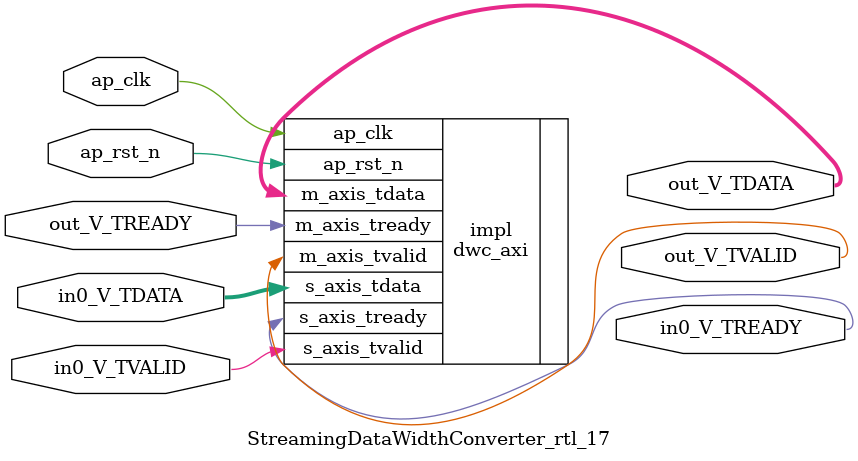
<source format=v>
/******************************************************************************
 * Copyright (C) 2023, Advanced Micro Devices, Inc.
 * All rights reserved.
 *
 * Redistribution and use in source and binary forms, with or without
 * modification, are permitted provided that the following conditions are met:
 *
 *  1. Redistributions of source code must retain the above copyright notice,
 *     this list of conditions and the following disclaimer.
 *
 *  2. Redistributions in binary form must reproduce the above copyright
 *     notice, this list of conditions and the following disclaimer in the
 *     documentation and/or other materials provided with the distribution.
 *
 *  3. Neither the name of the copyright holder nor the names of its
 *     contributors may be used to endorse or promote products derived from
 *     this software without specific prior written permission.
 *
 * THIS SOFTWARE IS PROVIDED BY THE COPYRIGHT HOLDERS AND CONTRIBUTORS "AS IS"
 * AND ANY EXPRESS OR IMPLIED WARRANTIES, INCLUDING, BUT NOT LIMITED TO,
 * THE IMPLIED WARRANTIES OF MERCHANTABILITY AND FITNESS FOR A PARTICULAR
 * PURPOSE ARE DISCLAIMED. IN NO EVENT SHALL THE COPYRIGHT HOLDER OR
 * CONTRIBUTORS BE LIABLE FOR ANY DIRECT, INDIRECT, INCIDENTAL, SPECIAL,
 * EXEMPLARY, OR CONSEQUENTIAL DAMAGES (INCLUDING, BUT NOT LIMITED TO,
 * PROCUREMENT OF SUBSTITUTE GOODS OR SERVICES; LOSS OF USE, DATA, OR PROFITS;
 * OR BUSINESS INTERRUPTION). HOWEVER CAUSED AND ON ANY THEORY OF LIABILITY,
 * WHETHER IN CONTRACT, STRICT LIABILITY, OR TORT (INCLUDING NEGLIGENCE OR
 * OTHERWISE) ARISING IN ANY WAY OUT OF THE USE OF THIS SOFTWARE, EVEN IF
 * ADVISED OF THE POSSIBILITY OF SUCH DAMAGE.
 *****************************************************************************/

module StreamingDataWidthConverter_rtl_17 #(
	parameter  IBITS = 4,
	parameter  OBITS = 128,

	parameter  AXI_IBITS = (IBITS+7)/8 * 8,
	parameter  AXI_OBITS = (OBITS+7)/8 * 8
)(
	//- Global Control ------------------
	(* X_INTERFACE_INFO = "xilinx.com:signal:clock:1.0 ap_clk CLK" *)
	(* X_INTERFACE_PARAMETER = "ASSOCIATED_BUSIF in0_V:out_V, ASSOCIATED_RESET ap_rst_n" *)
	input	ap_clk,
	(* X_INTERFACE_PARAMETER = "POLARITY ACTIVE_LOW" *)
	input	ap_rst_n,

	//- AXI Stream - Input --------------
	output	in0_V_TREADY,
	input	in0_V_TVALID,
	input	[AXI_IBITS-1:0]  in0_V_TDATA,

	//- AXI Stream - Output -------------
	input	out_V_TREADY,
	output	out_V_TVALID,
	output	[AXI_OBITS-1:0]  out_V_TDATA
);

	dwc_axi #(
		.IBITS(IBITS),
		.OBITS(OBITS)
	) impl (
		.ap_clk(ap_clk),
		.ap_rst_n(ap_rst_n),
		.s_axis_tready(in0_V_TREADY),
		.s_axis_tvalid(in0_V_TVALID),
		.s_axis_tdata(in0_V_TDATA),
		.m_axis_tready(out_V_TREADY),
		.m_axis_tvalid(out_V_TVALID),
		.m_axis_tdata(out_V_TDATA)
	);

endmodule

</source>
